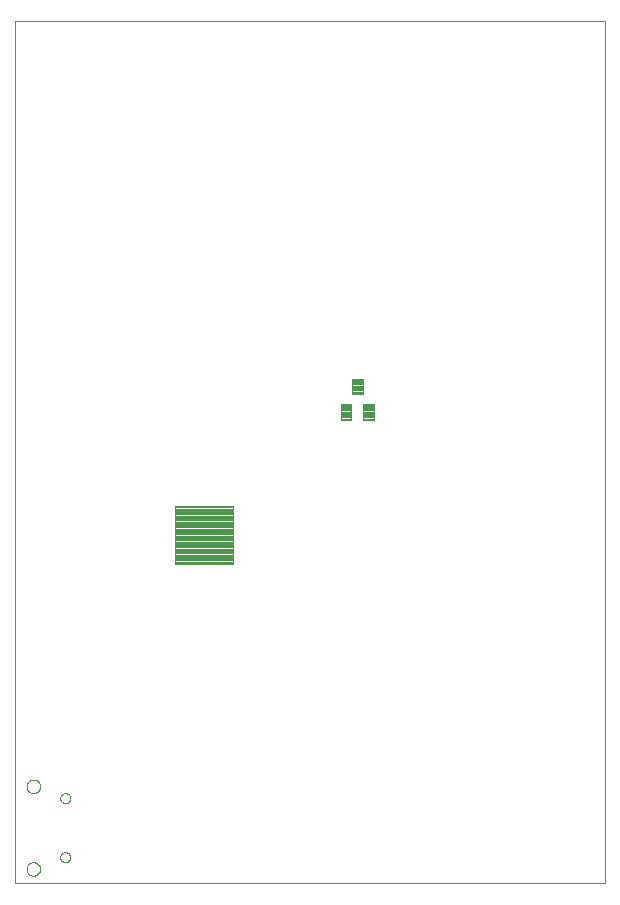
<source format=gbp>
G75*
%MOIN*%
%OFA0B0*%
%FSLAX25Y25*%
%IPPOS*%
%LPD*%
%AMOC8*
5,1,8,0,0,1.08239X$1,22.5*
%
%ADD10C,0.00000*%
%ADD11C,0.00394*%
D10*
X0001300Y0001300D02*
X0001300Y0288702D01*
X0198150Y0288702D01*
X0198150Y0001300D01*
X0001300Y0001300D01*
X0005228Y0006117D02*
X0005230Y0006212D01*
X0005236Y0006306D01*
X0005246Y0006401D01*
X0005260Y0006495D01*
X0005277Y0006588D01*
X0005299Y0006680D01*
X0005325Y0006771D01*
X0005354Y0006862D01*
X0005387Y0006950D01*
X0005424Y0007038D01*
X0005464Y0007124D01*
X0005508Y0007208D01*
X0005555Y0007290D01*
X0005606Y0007370D01*
X0005660Y0007448D01*
X0005718Y0007523D01*
X0005778Y0007596D01*
X0005842Y0007667D01*
X0005908Y0007735D01*
X0005977Y0007799D01*
X0006049Y0007861D01*
X0006123Y0007920D01*
X0006200Y0007976D01*
X0006279Y0008029D01*
X0006360Y0008078D01*
X0006443Y0008123D01*
X0006528Y0008166D01*
X0006615Y0008204D01*
X0006703Y0008239D01*
X0006792Y0008270D01*
X0006883Y0008298D01*
X0006975Y0008321D01*
X0007068Y0008341D01*
X0007161Y0008357D01*
X0007255Y0008369D01*
X0007350Y0008377D01*
X0007445Y0008381D01*
X0007539Y0008381D01*
X0007634Y0008377D01*
X0007729Y0008369D01*
X0007823Y0008357D01*
X0007916Y0008341D01*
X0008009Y0008321D01*
X0008101Y0008298D01*
X0008192Y0008270D01*
X0008281Y0008239D01*
X0008369Y0008204D01*
X0008456Y0008166D01*
X0008541Y0008123D01*
X0008624Y0008078D01*
X0008705Y0008029D01*
X0008784Y0007976D01*
X0008861Y0007920D01*
X0008935Y0007861D01*
X0009007Y0007799D01*
X0009076Y0007735D01*
X0009142Y0007667D01*
X0009206Y0007596D01*
X0009266Y0007523D01*
X0009324Y0007448D01*
X0009378Y0007370D01*
X0009429Y0007290D01*
X0009476Y0007208D01*
X0009520Y0007124D01*
X0009560Y0007038D01*
X0009597Y0006950D01*
X0009630Y0006862D01*
X0009659Y0006771D01*
X0009685Y0006680D01*
X0009707Y0006588D01*
X0009724Y0006495D01*
X0009738Y0006401D01*
X0009748Y0006306D01*
X0009754Y0006212D01*
X0009756Y0006117D01*
X0009754Y0006022D01*
X0009748Y0005928D01*
X0009738Y0005833D01*
X0009724Y0005739D01*
X0009707Y0005646D01*
X0009685Y0005554D01*
X0009659Y0005463D01*
X0009630Y0005372D01*
X0009597Y0005284D01*
X0009560Y0005196D01*
X0009520Y0005110D01*
X0009476Y0005026D01*
X0009429Y0004944D01*
X0009378Y0004864D01*
X0009324Y0004786D01*
X0009266Y0004711D01*
X0009206Y0004638D01*
X0009142Y0004567D01*
X0009076Y0004499D01*
X0009007Y0004435D01*
X0008935Y0004373D01*
X0008861Y0004314D01*
X0008784Y0004258D01*
X0008705Y0004205D01*
X0008624Y0004156D01*
X0008541Y0004111D01*
X0008456Y0004068D01*
X0008369Y0004030D01*
X0008281Y0003995D01*
X0008192Y0003964D01*
X0008101Y0003936D01*
X0008009Y0003913D01*
X0007916Y0003893D01*
X0007823Y0003877D01*
X0007729Y0003865D01*
X0007634Y0003857D01*
X0007539Y0003853D01*
X0007445Y0003853D01*
X0007350Y0003857D01*
X0007255Y0003865D01*
X0007161Y0003877D01*
X0007068Y0003893D01*
X0006975Y0003913D01*
X0006883Y0003936D01*
X0006792Y0003964D01*
X0006703Y0003995D01*
X0006615Y0004030D01*
X0006528Y0004068D01*
X0006443Y0004111D01*
X0006360Y0004156D01*
X0006279Y0004205D01*
X0006200Y0004258D01*
X0006123Y0004314D01*
X0006049Y0004373D01*
X0005977Y0004435D01*
X0005908Y0004499D01*
X0005842Y0004567D01*
X0005778Y0004638D01*
X0005718Y0004711D01*
X0005660Y0004786D01*
X0005606Y0004864D01*
X0005555Y0004944D01*
X0005508Y0005026D01*
X0005464Y0005110D01*
X0005424Y0005196D01*
X0005387Y0005284D01*
X0005354Y0005372D01*
X0005325Y0005463D01*
X0005299Y0005554D01*
X0005277Y0005646D01*
X0005260Y0005739D01*
X0005246Y0005833D01*
X0005236Y0005928D01*
X0005230Y0006022D01*
X0005228Y0006117D01*
X0016449Y0010054D02*
X0016451Y0010135D01*
X0016457Y0010217D01*
X0016467Y0010298D01*
X0016481Y0010378D01*
X0016498Y0010457D01*
X0016520Y0010536D01*
X0016545Y0010613D01*
X0016574Y0010690D01*
X0016607Y0010764D01*
X0016644Y0010837D01*
X0016683Y0010908D01*
X0016727Y0010977D01*
X0016773Y0011044D01*
X0016823Y0011108D01*
X0016876Y0011170D01*
X0016932Y0011230D01*
X0016990Y0011286D01*
X0017052Y0011340D01*
X0017116Y0011391D01*
X0017182Y0011438D01*
X0017250Y0011482D01*
X0017321Y0011523D01*
X0017393Y0011560D01*
X0017468Y0011594D01*
X0017543Y0011624D01*
X0017621Y0011650D01*
X0017699Y0011673D01*
X0017778Y0011691D01*
X0017858Y0011706D01*
X0017939Y0011717D01*
X0018020Y0011724D01*
X0018102Y0011727D01*
X0018183Y0011726D01*
X0018264Y0011721D01*
X0018345Y0011712D01*
X0018426Y0011699D01*
X0018506Y0011682D01*
X0018584Y0011662D01*
X0018662Y0011637D01*
X0018739Y0011609D01*
X0018814Y0011577D01*
X0018887Y0011542D01*
X0018958Y0011503D01*
X0019028Y0011460D01*
X0019095Y0011415D01*
X0019161Y0011366D01*
X0019223Y0011314D01*
X0019283Y0011258D01*
X0019340Y0011200D01*
X0019395Y0011140D01*
X0019446Y0011076D01*
X0019494Y0011011D01*
X0019539Y0010943D01*
X0019581Y0010873D01*
X0019619Y0010801D01*
X0019654Y0010727D01*
X0019685Y0010652D01*
X0019712Y0010575D01*
X0019735Y0010497D01*
X0019755Y0010418D01*
X0019771Y0010338D01*
X0019783Y0010257D01*
X0019791Y0010176D01*
X0019795Y0010095D01*
X0019795Y0010013D01*
X0019791Y0009932D01*
X0019783Y0009851D01*
X0019771Y0009770D01*
X0019755Y0009690D01*
X0019735Y0009611D01*
X0019712Y0009533D01*
X0019685Y0009456D01*
X0019654Y0009381D01*
X0019619Y0009307D01*
X0019581Y0009235D01*
X0019539Y0009165D01*
X0019494Y0009097D01*
X0019446Y0009032D01*
X0019395Y0008968D01*
X0019340Y0008908D01*
X0019283Y0008850D01*
X0019223Y0008794D01*
X0019161Y0008742D01*
X0019095Y0008693D01*
X0019028Y0008648D01*
X0018959Y0008605D01*
X0018887Y0008566D01*
X0018814Y0008531D01*
X0018739Y0008499D01*
X0018662Y0008471D01*
X0018584Y0008446D01*
X0018506Y0008426D01*
X0018426Y0008409D01*
X0018345Y0008396D01*
X0018264Y0008387D01*
X0018183Y0008382D01*
X0018102Y0008381D01*
X0018020Y0008384D01*
X0017939Y0008391D01*
X0017858Y0008402D01*
X0017778Y0008417D01*
X0017699Y0008435D01*
X0017621Y0008458D01*
X0017543Y0008484D01*
X0017468Y0008514D01*
X0017393Y0008548D01*
X0017321Y0008585D01*
X0017250Y0008626D01*
X0017182Y0008670D01*
X0017116Y0008717D01*
X0017052Y0008768D01*
X0016990Y0008822D01*
X0016932Y0008878D01*
X0016876Y0008938D01*
X0016823Y0009000D01*
X0016773Y0009064D01*
X0016727Y0009131D01*
X0016683Y0009200D01*
X0016644Y0009271D01*
X0016607Y0009344D01*
X0016574Y0009418D01*
X0016545Y0009495D01*
X0016520Y0009572D01*
X0016498Y0009651D01*
X0016481Y0009730D01*
X0016467Y0009810D01*
X0016457Y0009891D01*
X0016451Y0009973D01*
X0016449Y0010054D01*
X0016449Y0029739D02*
X0016451Y0029820D01*
X0016457Y0029902D01*
X0016467Y0029983D01*
X0016481Y0030063D01*
X0016498Y0030142D01*
X0016520Y0030221D01*
X0016545Y0030298D01*
X0016574Y0030375D01*
X0016607Y0030449D01*
X0016644Y0030522D01*
X0016683Y0030593D01*
X0016727Y0030662D01*
X0016773Y0030729D01*
X0016823Y0030793D01*
X0016876Y0030855D01*
X0016932Y0030915D01*
X0016990Y0030971D01*
X0017052Y0031025D01*
X0017116Y0031076D01*
X0017182Y0031123D01*
X0017250Y0031167D01*
X0017321Y0031208D01*
X0017393Y0031245D01*
X0017468Y0031279D01*
X0017543Y0031309D01*
X0017621Y0031335D01*
X0017699Y0031358D01*
X0017778Y0031376D01*
X0017858Y0031391D01*
X0017939Y0031402D01*
X0018020Y0031409D01*
X0018102Y0031412D01*
X0018183Y0031411D01*
X0018264Y0031406D01*
X0018345Y0031397D01*
X0018426Y0031384D01*
X0018506Y0031367D01*
X0018584Y0031347D01*
X0018662Y0031322D01*
X0018739Y0031294D01*
X0018814Y0031262D01*
X0018887Y0031227D01*
X0018958Y0031188D01*
X0019028Y0031145D01*
X0019095Y0031100D01*
X0019161Y0031051D01*
X0019223Y0030999D01*
X0019283Y0030943D01*
X0019340Y0030885D01*
X0019395Y0030825D01*
X0019446Y0030761D01*
X0019494Y0030696D01*
X0019539Y0030628D01*
X0019581Y0030558D01*
X0019619Y0030486D01*
X0019654Y0030412D01*
X0019685Y0030337D01*
X0019712Y0030260D01*
X0019735Y0030182D01*
X0019755Y0030103D01*
X0019771Y0030023D01*
X0019783Y0029942D01*
X0019791Y0029861D01*
X0019795Y0029780D01*
X0019795Y0029698D01*
X0019791Y0029617D01*
X0019783Y0029536D01*
X0019771Y0029455D01*
X0019755Y0029375D01*
X0019735Y0029296D01*
X0019712Y0029218D01*
X0019685Y0029141D01*
X0019654Y0029066D01*
X0019619Y0028992D01*
X0019581Y0028920D01*
X0019539Y0028850D01*
X0019494Y0028782D01*
X0019446Y0028717D01*
X0019395Y0028653D01*
X0019340Y0028593D01*
X0019283Y0028535D01*
X0019223Y0028479D01*
X0019161Y0028427D01*
X0019095Y0028378D01*
X0019028Y0028333D01*
X0018959Y0028290D01*
X0018887Y0028251D01*
X0018814Y0028216D01*
X0018739Y0028184D01*
X0018662Y0028156D01*
X0018584Y0028131D01*
X0018506Y0028111D01*
X0018426Y0028094D01*
X0018345Y0028081D01*
X0018264Y0028072D01*
X0018183Y0028067D01*
X0018102Y0028066D01*
X0018020Y0028069D01*
X0017939Y0028076D01*
X0017858Y0028087D01*
X0017778Y0028102D01*
X0017699Y0028120D01*
X0017621Y0028143D01*
X0017543Y0028169D01*
X0017468Y0028199D01*
X0017393Y0028233D01*
X0017321Y0028270D01*
X0017250Y0028311D01*
X0017182Y0028355D01*
X0017116Y0028402D01*
X0017052Y0028453D01*
X0016990Y0028507D01*
X0016932Y0028563D01*
X0016876Y0028623D01*
X0016823Y0028685D01*
X0016773Y0028749D01*
X0016727Y0028816D01*
X0016683Y0028885D01*
X0016644Y0028956D01*
X0016607Y0029029D01*
X0016574Y0029103D01*
X0016545Y0029180D01*
X0016520Y0029257D01*
X0016498Y0029336D01*
X0016481Y0029415D01*
X0016467Y0029495D01*
X0016457Y0029576D01*
X0016451Y0029658D01*
X0016449Y0029739D01*
X0005228Y0033676D02*
X0005230Y0033771D01*
X0005236Y0033865D01*
X0005246Y0033960D01*
X0005260Y0034054D01*
X0005277Y0034147D01*
X0005299Y0034239D01*
X0005325Y0034330D01*
X0005354Y0034421D01*
X0005387Y0034509D01*
X0005424Y0034597D01*
X0005464Y0034683D01*
X0005508Y0034767D01*
X0005555Y0034849D01*
X0005606Y0034929D01*
X0005660Y0035007D01*
X0005718Y0035082D01*
X0005778Y0035155D01*
X0005842Y0035226D01*
X0005908Y0035294D01*
X0005977Y0035358D01*
X0006049Y0035420D01*
X0006123Y0035479D01*
X0006200Y0035535D01*
X0006279Y0035588D01*
X0006360Y0035637D01*
X0006443Y0035682D01*
X0006528Y0035725D01*
X0006615Y0035763D01*
X0006703Y0035798D01*
X0006792Y0035829D01*
X0006883Y0035857D01*
X0006975Y0035880D01*
X0007068Y0035900D01*
X0007161Y0035916D01*
X0007255Y0035928D01*
X0007350Y0035936D01*
X0007445Y0035940D01*
X0007539Y0035940D01*
X0007634Y0035936D01*
X0007729Y0035928D01*
X0007823Y0035916D01*
X0007916Y0035900D01*
X0008009Y0035880D01*
X0008101Y0035857D01*
X0008192Y0035829D01*
X0008281Y0035798D01*
X0008369Y0035763D01*
X0008456Y0035725D01*
X0008541Y0035682D01*
X0008624Y0035637D01*
X0008705Y0035588D01*
X0008784Y0035535D01*
X0008861Y0035479D01*
X0008935Y0035420D01*
X0009007Y0035358D01*
X0009076Y0035294D01*
X0009142Y0035226D01*
X0009206Y0035155D01*
X0009266Y0035082D01*
X0009324Y0035007D01*
X0009378Y0034929D01*
X0009429Y0034849D01*
X0009476Y0034767D01*
X0009520Y0034683D01*
X0009560Y0034597D01*
X0009597Y0034509D01*
X0009630Y0034421D01*
X0009659Y0034330D01*
X0009685Y0034239D01*
X0009707Y0034147D01*
X0009724Y0034054D01*
X0009738Y0033960D01*
X0009748Y0033865D01*
X0009754Y0033771D01*
X0009756Y0033676D01*
X0009754Y0033581D01*
X0009748Y0033487D01*
X0009738Y0033392D01*
X0009724Y0033298D01*
X0009707Y0033205D01*
X0009685Y0033113D01*
X0009659Y0033022D01*
X0009630Y0032931D01*
X0009597Y0032843D01*
X0009560Y0032755D01*
X0009520Y0032669D01*
X0009476Y0032585D01*
X0009429Y0032503D01*
X0009378Y0032423D01*
X0009324Y0032345D01*
X0009266Y0032270D01*
X0009206Y0032197D01*
X0009142Y0032126D01*
X0009076Y0032058D01*
X0009007Y0031994D01*
X0008935Y0031932D01*
X0008861Y0031873D01*
X0008784Y0031817D01*
X0008705Y0031764D01*
X0008624Y0031715D01*
X0008541Y0031670D01*
X0008456Y0031627D01*
X0008369Y0031589D01*
X0008281Y0031554D01*
X0008192Y0031523D01*
X0008101Y0031495D01*
X0008009Y0031472D01*
X0007916Y0031452D01*
X0007823Y0031436D01*
X0007729Y0031424D01*
X0007634Y0031416D01*
X0007539Y0031412D01*
X0007445Y0031412D01*
X0007350Y0031416D01*
X0007255Y0031424D01*
X0007161Y0031436D01*
X0007068Y0031452D01*
X0006975Y0031472D01*
X0006883Y0031495D01*
X0006792Y0031523D01*
X0006703Y0031554D01*
X0006615Y0031589D01*
X0006528Y0031627D01*
X0006443Y0031670D01*
X0006360Y0031715D01*
X0006279Y0031764D01*
X0006200Y0031817D01*
X0006123Y0031873D01*
X0006049Y0031932D01*
X0005977Y0031994D01*
X0005908Y0032058D01*
X0005842Y0032126D01*
X0005778Y0032197D01*
X0005718Y0032270D01*
X0005660Y0032345D01*
X0005606Y0032423D01*
X0005555Y0032503D01*
X0005508Y0032585D01*
X0005464Y0032669D01*
X0005424Y0032755D01*
X0005387Y0032843D01*
X0005354Y0032931D01*
X0005325Y0033022D01*
X0005299Y0033113D01*
X0005277Y0033205D01*
X0005260Y0033298D01*
X0005246Y0033392D01*
X0005236Y0033487D01*
X0005230Y0033581D01*
X0005228Y0033676D01*
D11*
X0054647Y0127087D02*
X0073937Y0127087D01*
X0073937Y0107797D01*
X0054647Y0107797D01*
X0054647Y0127087D01*
X0054647Y0108190D02*
X0073937Y0108190D01*
X0073937Y0108583D02*
X0054647Y0108583D01*
X0054647Y0108976D02*
X0073937Y0108976D01*
X0073937Y0109369D02*
X0054647Y0109369D01*
X0054647Y0109762D02*
X0073937Y0109762D01*
X0073937Y0110155D02*
X0054647Y0110155D01*
X0054647Y0110548D02*
X0073937Y0110548D01*
X0073937Y0110941D02*
X0054647Y0110941D01*
X0054647Y0111334D02*
X0073937Y0111334D01*
X0073937Y0111727D02*
X0054647Y0111727D01*
X0054647Y0112120D02*
X0073937Y0112120D01*
X0073937Y0112513D02*
X0054647Y0112513D01*
X0054647Y0112906D02*
X0073937Y0112906D01*
X0073937Y0113299D02*
X0054647Y0113299D01*
X0054647Y0113692D02*
X0073937Y0113692D01*
X0073937Y0114085D02*
X0054647Y0114085D01*
X0054647Y0114478D02*
X0073937Y0114478D01*
X0073937Y0114871D02*
X0054647Y0114871D01*
X0054647Y0115264D02*
X0073937Y0115264D01*
X0073937Y0115657D02*
X0054647Y0115657D01*
X0054647Y0116050D02*
X0073937Y0116050D01*
X0073937Y0116443D02*
X0054647Y0116443D01*
X0054647Y0116836D02*
X0073937Y0116836D01*
X0073937Y0117229D02*
X0054647Y0117229D01*
X0054647Y0117622D02*
X0073937Y0117622D01*
X0073937Y0118015D02*
X0054647Y0118015D01*
X0054647Y0118408D02*
X0073937Y0118408D01*
X0073937Y0118801D02*
X0054647Y0118801D01*
X0054647Y0119194D02*
X0073937Y0119194D01*
X0073937Y0119587D02*
X0054647Y0119587D01*
X0054647Y0119980D02*
X0073937Y0119980D01*
X0073937Y0120373D02*
X0054647Y0120373D01*
X0054647Y0120766D02*
X0073937Y0120766D01*
X0073937Y0121159D02*
X0054647Y0121159D01*
X0054647Y0121552D02*
X0073937Y0121552D01*
X0073937Y0121945D02*
X0054647Y0121945D01*
X0054647Y0122338D02*
X0073937Y0122338D01*
X0073937Y0122731D02*
X0054647Y0122731D01*
X0054647Y0123124D02*
X0073937Y0123124D01*
X0073937Y0123517D02*
X0054647Y0123517D01*
X0054647Y0123910D02*
X0073937Y0123910D01*
X0073937Y0124303D02*
X0054647Y0124303D01*
X0054647Y0124696D02*
X0073937Y0124696D01*
X0073937Y0125089D02*
X0054647Y0125089D01*
X0054647Y0125482D02*
X0073937Y0125482D01*
X0073937Y0125875D02*
X0054647Y0125875D01*
X0054647Y0126268D02*
X0073937Y0126268D01*
X0073937Y0126661D02*
X0054647Y0126661D01*
X0054647Y0127054D02*
X0073937Y0127054D01*
X0109962Y0160946D02*
X0113504Y0160946D01*
X0113504Y0155828D01*
X0109962Y0155828D01*
X0109962Y0160946D01*
X0109962Y0156221D02*
X0113504Y0156221D01*
X0113504Y0156614D02*
X0109962Y0156614D01*
X0109962Y0157007D02*
X0113504Y0157007D01*
X0113504Y0157400D02*
X0109962Y0157400D01*
X0109962Y0157793D02*
X0113504Y0157793D01*
X0113504Y0158186D02*
X0109962Y0158186D01*
X0109962Y0158579D02*
X0113504Y0158579D01*
X0113504Y0158972D02*
X0109962Y0158972D01*
X0109962Y0159365D02*
X0113504Y0159365D01*
X0113504Y0159758D02*
X0109962Y0159758D01*
X0109962Y0160151D02*
X0113504Y0160151D01*
X0113504Y0160544D02*
X0109962Y0160544D01*
X0109962Y0160937D02*
X0113504Y0160937D01*
X0113702Y0169607D02*
X0117244Y0169607D01*
X0117244Y0164489D01*
X0113702Y0164489D01*
X0113702Y0169607D01*
X0113702Y0164882D02*
X0117244Y0164882D01*
X0117244Y0165275D02*
X0113702Y0165275D01*
X0113702Y0165668D02*
X0117244Y0165668D01*
X0117244Y0166061D02*
X0113702Y0166061D01*
X0113702Y0166454D02*
X0117244Y0166454D01*
X0117244Y0166847D02*
X0113702Y0166847D01*
X0113702Y0167240D02*
X0117244Y0167240D01*
X0117244Y0167633D02*
X0113702Y0167633D01*
X0113702Y0168026D02*
X0117244Y0168026D01*
X0117244Y0168419D02*
X0113702Y0168419D01*
X0113702Y0168812D02*
X0117244Y0168812D01*
X0117244Y0169205D02*
X0113702Y0169205D01*
X0113702Y0169598D02*
X0117244Y0169598D01*
X0117442Y0160946D02*
X0120984Y0160946D01*
X0120984Y0155828D01*
X0117442Y0155828D01*
X0117442Y0160946D01*
X0117442Y0156221D02*
X0120984Y0156221D01*
X0120984Y0156614D02*
X0117442Y0156614D01*
X0117442Y0157007D02*
X0120984Y0157007D01*
X0120984Y0157400D02*
X0117442Y0157400D01*
X0117442Y0157793D02*
X0120984Y0157793D01*
X0120984Y0158186D02*
X0117442Y0158186D01*
X0117442Y0158579D02*
X0120984Y0158579D01*
X0120984Y0158972D02*
X0117442Y0158972D01*
X0117442Y0159365D02*
X0120984Y0159365D01*
X0120984Y0159758D02*
X0117442Y0159758D01*
X0117442Y0160151D02*
X0120984Y0160151D01*
X0120984Y0160544D02*
X0117442Y0160544D01*
X0117442Y0160937D02*
X0120984Y0160937D01*
M02*

</source>
